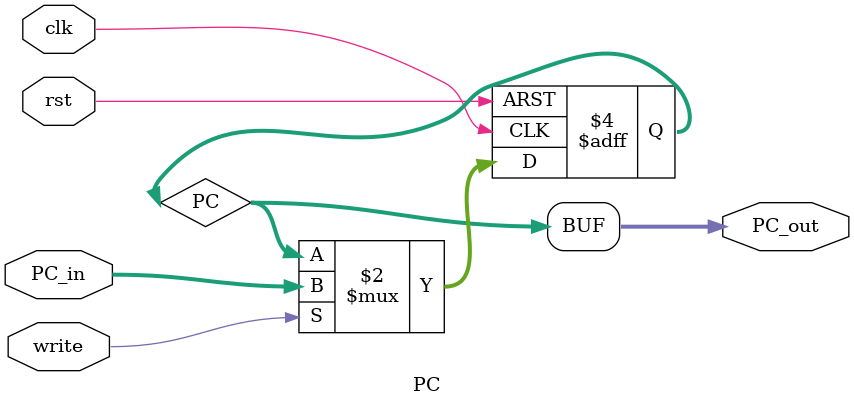
<source format=v>
`timescale 1ns / 1ps

module PC(
    input clk,
    input rst,
    input [31:0] PC_in,
    input write,
    output [31:0] PC_out
    );
    reg [31:0] PC;
    assign PC_out = PC;
    always@(posedge clk or posedge rst) begin
        if(rst) PC<=0; 
        else begin
            if(write) PC<=PC_in;
        end
    end
endmodule

</source>
